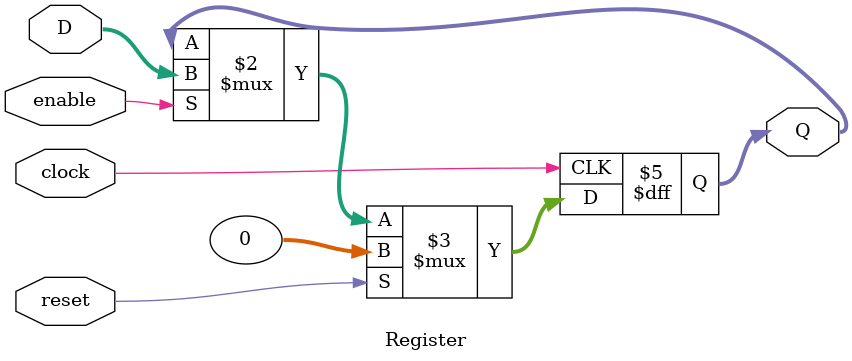
<source format=v>
`timescale 1ns / 1ps
/*
 * File         : Register.v
 * Project      : University of Utah, XUM Project MIPS32 core
 * Creator(s)   : Grant Ayers (ayers@cs.utah.edu)
 *
 * Modification History:
 *   Rev   Date         Initials  Description of Change
 *   1.0   7-Jun-2011   GEA       Initial design.
 *
 * Standards/Formatting:
 *   Verilog 2001, 4 soft tab, wide column.
 *
 * Description:
 *   A variable-width register (d flip-flop) with configurable initial
 *   value. Default is 32-bit width and 0s for initial value.
 */
module Register #(parameter WIDTH = 32, INIT = 0)(
    input  clock,
    input  reset,
    input  enable,
    input  [(WIDTH-1):0] D,
    output reg [(WIDTH-1):0] Q
    );
        
    initial
        Q = INIT;

    always @(posedge clock) begin
        Q <= (reset) ? INIT : ((enable) ? D : Q);
    end

endmodule


</source>
